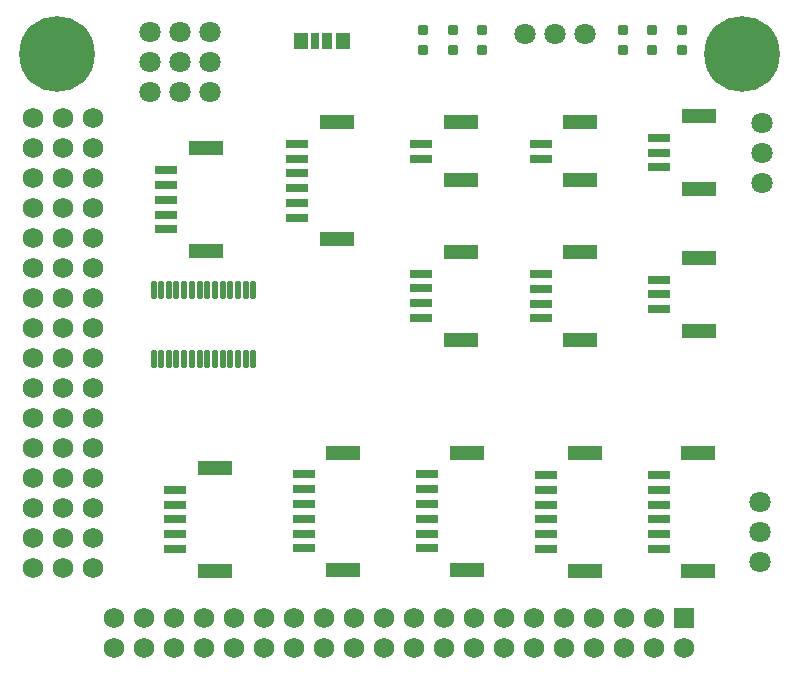
<source format=gts>
%FSTAX44Y44*%
%MOMM*%
%SFA1B1*%

%IPPOS*%
%AMD29*
4,1,8,-0.449580,0.200660,-0.449580,-0.200660,-0.200660,-0.449580,0.200660,-0.449580,0.449580,-0.200660,0.449580,0.200660,0.200660,0.449580,-0.200660,0.449580,-0.449580,0.200660,0.0*
1,1,0.500000,-0.200660,0.200660*
1,1,0.500000,-0.200660,-0.200660*
1,1,0.500000,0.200660,-0.200660*
1,1,0.500000,0.200660,0.200660*
%
%AMD30*
4,1,8,0.228600,-0.647700,0.228600,0.647700,0.088900,0.787400,-0.088900,0.787400,-0.228600,0.647700,-0.228600,-0.647700,-0.088900,-0.787400,0.088900,-0.787400,0.228600,-0.647700,0.0*
1,1,0.277800,0.088900,-0.647700*
1,1,0.277800,0.088900,0.647700*
1,1,0.277800,-0.088900,0.647700*
1,1,0.277800,-0.088900,-0.647700*
%
%ADD24R,1.903196X0.803198*%
%ADD25R,3.003194X1.203198*%
%ADD26R,1.203198X1.403197*%
%ADD27R,0.903198X1.403197*%
%ADD28R,0.653199X1.403197*%
G04~CAMADD=29~8~0.0~0.0~354.3~354.3~98.4~0.0~15~0.0~0.0~0.0~0.0~0~0.0~0.0~0.0~0.0~0~0.0~0.0~0.0~90.0~354.0~354.0*
%ADD29D29*%
G04~CAMADD=30~8~0.0~0.0~619.4~179.4~54.7~0.0~15~0.0~0.0~0.0~0.0~0~0.0~0.0~0.0~0.0~0~0.0~0.0~0.0~270.0~180.0~620.0*
%ADD30D30*%
%ADD31C,1.803196*%
%ADD32C,1.753196*%
%ADD33C,6.403187*%
%ADD34R,1.727197X1.727197*%
%ADD35C,1.727197*%
%LNdr_0n-1*%
%LPD*%
G54D24*
X00134999Y00105999D03*
Y00118499D03*
Y00130999D03*
Y00143499D03*
Y00155999D03*
X00127499Y00376499D03*
Y00388999D03*
Y00401499D03*
Y00413999D03*
Y00426499D03*
X00343499Y00436499D03*
Y00448999D03*
X004445Y00436499D03*
Y00448999D03*
X00544999Y00308999D03*
Y00321499D03*
Y00333999D03*
Y00428999D03*
Y00441499D03*
Y00453999D03*
X00544499Y00168499D03*
Y00155999D03*
Y00143499D03*
Y00130999D03*
Y00118499D03*
Y00105999D03*
X00238499Y00448999D03*
Y00436499D03*
Y00423999D03*
Y00411499D03*
Y00398999D03*
Y00386499D03*
X00343499Y00301499D03*
Y00313999D03*
Y00326499D03*
Y00338999D03*
X00243999Y00168999D03*
Y00156499D03*
Y00143999D03*
Y00131499D03*
Y00118999D03*
Y00106499D03*
X004445Y00301249D03*
Y00313749D03*
Y00326249D03*
Y00338749D03*
X00348499Y00168999D03*
Y00156499D03*
Y00143999D03*
Y00131499D03*
Y00118999D03*
Y00106499D03*
X00448999Y00168499D03*
Y00155999D03*
Y00143499D03*
Y00130999D03*
Y00118499D03*
Y00105999D03*
G54D25*
X00168499Y00174499D03*
Y00087499D03*
X00160999Y00444999D03*
Y00357999D03*
X00376999Y00467499D03*
Y00417999D03*
X00477999Y00467499D03*
Y00417999D03*
X00578499Y00352499D03*
Y00290499D03*
Y00472499D03*
Y00410499D03*
X00577999Y00087499D03*
Y00186999D03*
X00271999Y00367999D03*
Y00467499D03*
X00376999Y00357499D03*
Y00282999D03*
X00277499Y00087999D03*
Y00187499D03*
X00477999Y00357249D03*
Y00282749D03*
X00381999Y00087999D03*
Y00187499D03*
X00482499Y00087499D03*
Y00186999D03*
G54D26*
X00277499Y00535999D03*
X00241499D03*
G54D27*
X00263999Y00535999D03*
G54D28*
X00253749Y00535999D03*
G54D29*
X00563999Y00528749D03*
Y00545249D03*
X00344999D03*
Y00528749D03*
X00369999Y00545249D03*
Y00528749D03*
X00394999Y00545249D03*
Y00528749D03*
X00538999D03*
Y00545249D03*
X00513999Y00528749D03*
Y00545249D03*
G54D30*
X00201327Y00325419D03*
X00194977D03*
X00188373D03*
X00182023D03*
X00175419D03*
X00168815D03*
X00162465D03*
X00155861D03*
X00149511D03*
X00142907D03*
X00136303D03*
X00129953D03*
X00123349D03*
X00116999D03*
Y00266999D03*
X00123349D03*
X00129953D03*
X00136303D03*
X00142907D03*
X00149511D03*
X00155861D03*
X00162465D03*
X00168815D03*
X00175419D03*
X00182023D03*
X00188373D03*
X00194977D03*
X00201327D03*
G54D31*
X00631999Y00466399D03*
Y00440999D03*
Y00415599D03*
X00481999Y00541999D03*
X00456599D03*
X00431199D03*
X00629999Y00145399D03*
Y00119999D03*
Y00094599D03*
X00164799Y00543399D03*
Y00517999D03*
Y00492599D03*
X00139399Y00543399D03*
X00113999D03*
X00139399Y00517999D03*
Y00492599D03*
X00113999Y00517999D03*
Y00492599D03*
G54D32*
X00014599Y00089599D03*
Y00114999D03*
Y00140399D03*
Y00165799D03*
Y00191199D03*
Y00216599D03*
Y00241999D03*
Y00267399D03*
Y00292799D03*
Y00318199D03*
Y00343599D03*
Y00368999D03*
Y00394399D03*
Y00419799D03*
Y00445199D03*
X00039999Y00089599D03*
Y00114999D03*
Y00140399D03*
Y00165799D03*
Y00191199D03*
Y00216599D03*
Y00241999D03*
Y00267399D03*
Y00292799D03*
Y00318199D03*
Y00343599D03*
Y00368999D03*
Y00394399D03*
Y00419799D03*
Y00445199D03*
X00014599Y00470599D03*
X00039999D03*
X00065399Y00089599D03*
Y00114999D03*
Y00140399D03*
Y00165799D03*
Y00191199D03*
Y00216599D03*
Y00241999D03*
Y00267399D03*
Y00292799D03*
Y00318199D03*
Y00343599D03*
Y00368999D03*
Y00394399D03*
Y00419799D03*
Y00445199D03*
Y00470599D03*
G54D33*
X00034999Y00524999D03*
X00614999D03*
G54D34*
X00566299Y00047699D03*
G54D35*
X00540899Y00047699D03*
X00515499D03*
X00490099D03*
X00464699D03*
X00439299D03*
X00540899Y00022299D03*
X00515499D03*
X00490099D03*
X00464699D03*
X00439299D03*
X00413899Y00047699D03*
Y00022299D03*
X00388499Y00047699D03*
X00363099D03*
X00337699D03*
X00312299D03*
X00286899D03*
X00261499D03*
X00388499Y00022299D03*
X00363099D03*
X00337699D03*
X00312299D03*
X00286899D03*
X00261499D03*
X00236099Y00047699D03*
Y00022299D03*
X00185299Y00047699D03*
X00159899D03*
X00134499D03*
X00109099D03*
X00083699D03*
X00210699Y00022299D03*
X00185299D03*
X00159899D03*
X00134499D03*
X00109099D03*
X00083699D03*
X00566299D03*
X00210699Y00047699D03*
M02*
</source>
